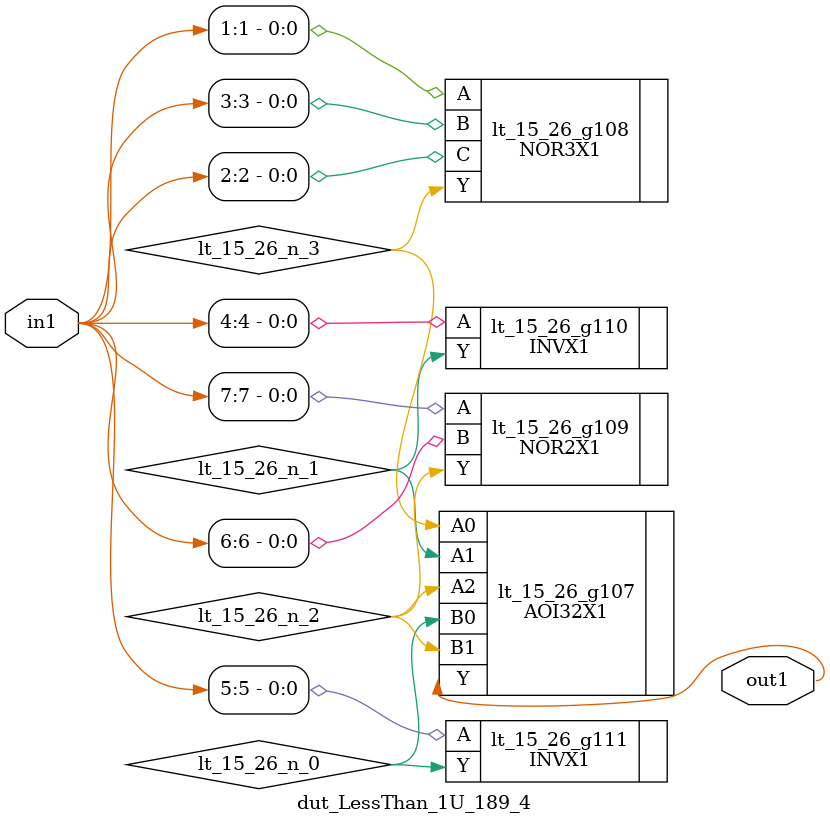
<source format=v>
`timescale 1ps / 1ps


module dut_LessThan_1U_189_4(in1, out1);
  input [7:0] in1;
  output out1;
  wire [7:0] in1;
  wire out1;
  wire lt_15_26_n_0, lt_15_26_n_1, lt_15_26_n_2, lt_15_26_n_3;
  AOI32X1 lt_15_26_g107(.A0 (lt_15_26_n_3), .A1 (lt_15_26_n_1), .A2
       (lt_15_26_n_2), .B0 (lt_15_26_n_0), .B1 (lt_15_26_n_2), .Y
       (out1));
  NOR3X1 lt_15_26_g108(.A (in1[1]), .B (in1[3]), .C (in1[2]), .Y
       (lt_15_26_n_3));
  NOR2X1 lt_15_26_g109(.A (in1[7]), .B (in1[6]), .Y (lt_15_26_n_2));
  INVX1 lt_15_26_g110(.A (in1[4]), .Y (lt_15_26_n_1));
  INVX1 lt_15_26_g111(.A (in1[5]), .Y (lt_15_26_n_0));
endmodule



</source>
